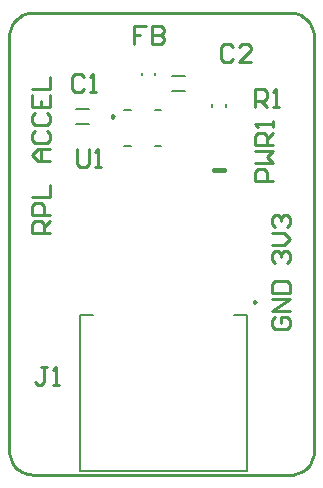
<source format=gto>
G04*
G04 #@! TF.GenerationSoftware,Altium Limited,Altium Designer,21.7.2 (23)*
G04*
G04 Layer_Color=65535*
%FSLAX25Y25*%
%MOIN*%
G70*
G04*
G04 #@! TF.SameCoordinates,0BC4D904-7686-419A-8D3B-CA4FD0BABD65*
G04*
G04*
G04 #@! TF.FilePolarity,Positive*
G04*
G01*
G75*
%ADD10C,0.00984*%
%ADD11C,0.00787*%
%ADD12C,0.01575*%
%ADD13C,0.01000*%
D10*
X82268Y57528D02*
X81529Y57954D01*
Y57101D01*
X82268Y57528D01*
X35051Y119437D02*
X34313Y119863D01*
Y119011D01*
X35051Y119437D01*
D11*
X22433Y117039D02*
X26567D01*
X22433Y121961D02*
X26567D01*
X54433Y132961D02*
X58567D01*
X54433Y128039D02*
X58567D01*
X44236Y133106D02*
Y133894D01*
X48764Y133106D02*
Y133894D01*
X23587Y53197D02*
X28075D01*
X74925D02*
X79413D01*
Y1307D02*
Y53197D01*
X23587Y1307D02*
X79413D01*
X23587D02*
Y53197D01*
X38398Y121602D02*
X40465D01*
X48535D02*
X50602D01*
Y109398D02*
Y109496D01*
Y121504D02*
Y121602D01*
X38398Y109398D02*
X40465D01*
X48535D02*
X50602D01*
X38398D02*
Y109496D01*
Y121504D02*
Y121602D01*
X67736Y122606D02*
Y123394D01*
X72264Y122606D02*
Y123394D01*
D12*
X68426Y101504D02*
X71575D01*
D13*
X13500Y80500D02*
X7502D01*
Y83499D01*
X8502Y84499D01*
X10501D01*
X11501Y83499D01*
Y80500D01*
Y82499D02*
X13500Y84499D01*
Y86498D02*
X7502D01*
Y89497D01*
X8502Y90497D01*
X10501D01*
X11501Y89497D01*
Y86498D01*
X7502Y92496D02*
X13500D01*
Y96495D01*
Y104492D02*
X9501D01*
X7502Y106492D01*
X9501Y108491D01*
X13500D01*
X10501D01*
Y104492D01*
X8502Y114489D02*
X7502Y113489D01*
Y111490D01*
X8502Y110490D01*
X12500D01*
X13500Y111490D01*
Y113489D01*
X12500Y114489D01*
X8502Y120487D02*
X7502Y119488D01*
Y117488D01*
X8502Y116488D01*
X12500D01*
X13500Y117488D01*
Y119488D01*
X12500Y120487D01*
X7502Y126485D02*
Y122486D01*
X13500D01*
Y126485D01*
X10501Y122486D02*
Y124486D01*
X7502Y128484D02*
X13500D01*
Y132483D01*
X88502Y52499D02*
X87502Y51499D01*
Y49500D01*
X88502Y48500D01*
X92500D01*
X93500Y49500D01*
Y51499D01*
X92500Y52499D01*
X90501D01*
Y50499D01*
X93500Y54498D02*
X87502D01*
X93500Y58497D01*
X87502D01*
Y60496D02*
X93500D01*
Y63495D01*
X92500Y64495D01*
X88502D01*
X87502Y63495D01*
Y60496D01*
X88502Y70500D02*
X87502Y71500D01*
Y73499D01*
X88502Y74499D01*
X89501D01*
X90501Y73499D01*
Y72499D01*
Y73499D01*
X91501Y74499D01*
X92500D01*
X93500Y73499D01*
Y71500D01*
X92500Y70500D01*
X87502Y76498D02*
X91501D01*
X93500Y78497D01*
X91501Y80497D01*
X87502D01*
X88502Y82496D02*
X87502Y83496D01*
Y85495D01*
X88502Y86495D01*
X89501D01*
X90501Y85495D01*
Y84496D01*
Y85495D01*
X91501Y86495D01*
X92500D01*
X93500Y85495D01*
Y83496D01*
X92500Y82496D01*
X74500Y142499D02*
X73501Y143499D01*
X71501D01*
X70502Y142499D01*
Y138501D01*
X71501Y137501D01*
X73501D01*
X74500Y138501D01*
X80498Y137501D02*
X76500D01*
X80498Y141500D01*
Y142499D01*
X79499Y143499D01*
X77499D01*
X76500Y142499D01*
X25000Y132499D02*
X24000Y133499D01*
X22001D01*
X21001Y132499D01*
Y128501D01*
X22001Y127501D01*
X24000D01*
X25000Y128501D01*
X26999Y127501D02*
X28999D01*
X27999D01*
Y133499D01*
X26999Y132499D01*
X45500Y149499D02*
X41502D01*
Y146500D01*
X43501D01*
X41502D01*
Y143501D01*
X47500Y149499D02*
Y143501D01*
X50499D01*
X51498Y144501D01*
Y145500D01*
X50499Y146500D01*
X47500D01*
X50499D01*
X51498Y147500D01*
Y148499D01*
X50499Y149499D01*
X47500D01*
X82001Y122501D02*
Y128499D01*
X85000D01*
X86000Y127499D01*
Y125500D01*
X85000Y124500D01*
X82001D01*
X84001D02*
X86000Y122501D01*
X87999D02*
X89999D01*
X88999D01*
Y128499D01*
X87999Y127499D01*
X87999Y98003D02*
X82001D01*
Y101002D01*
X83001Y102002D01*
X85000D01*
X86000Y101002D01*
Y98003D01*
X82001Y104001D02*
X87999D01*
X86000Y106001D01*
X87999Y108000D01*
X82001D01*
X87999Y109999D02*
X82001D01*
Y112998D01*
X83001Y113998D01*
X85000D01*
X86000Y112998D01*
Y109999D01*
Y111999D02*
X87999Y113998D01*
Y115997D02*
Y117997D01*
Y116997D01*
X82001D01*
X83001Y115997D01*
X22501Y108499D02*
Y103501D01*
X23501Y102501D01*
X25500D01*
X26500Y103501D01*
Y108499D01*
X28499Y102501D02*
X30499D01*
X29499D01*
Y108499D01*
X28499Y107499D01*
X12500Y35999D02*
X10501D01*
X11500D01*
Y31001D01*
X10501Y30001D01*
X9501D01*
X8501Y31001D01*
X14499Y30001D02*
X16499D01*
X15499D01*
Y35999D01*
X14499Y34999D01*
X0Y7062D02*
X178Y6107D01*
X470Y5181D01*
X871Y4297D01*
X1376Y3467D01*
X1976Y2704D01*
X2664Y2018D01*
X3430Y1420D01*
X4262Y919D01*
X5148Y521D01*
X6075Y233D01*
X7030Y58D01*
X8000Y0D01*
X7062Y154000D02*
X6107Y153822D01*
X5181Y153530D01*
X4297Y153129D01*
X3467Y152624D01*
X2704Y152024D01*
X2018Y151336D01*
X1420Y150570D01*
X919Y149738D01*
X521Y148852D01*
X233Y147925D01*
X58Y146969D01*
X0Y146000D01*
X94465Y-68D02*
X95420Y110D01*
X96346Y402D01*
X97231Y803D01*
X98061Y1307D01*
X98824Y1908D01*
X99510Y2596D01*
X100107Y3362D01*
X100609Y4193D01*
X101006Y5079D01*
X101295Y6007D01*
X101469Y6962D01*
X101528Y7932D01*
X101500Y146938D02*
X101322Y147892D01*
X101030Y148819D01*
X100629Y149703D01*
X100124Y150533D01*
X99524Y151296D01*
X98836Y151982D01*
X98070Y152580D01*
X97238Y153081D01*
X96352Y153479D01*
X95425Y153767D01*
X94469Y153942D01*
X93500Y154000D01*
X-0Y146500D02*
X0Y7000D01*
X7062Y154000D02*
X93500Y154000D01*
X8000Y-0D02*
X94500Y0D01*
X101500Y147000D02*
X101500Y7869D01*
M02*

</source>
